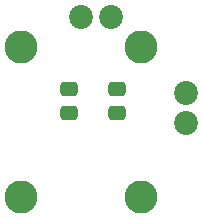
<source format=gbr>
%TF.GenerationSoftware,KiCad,Pcbnew,7.0.9*%
%TF.CreationDate,2024-10-27T03:10:17-07:00*%
%TF.ProjectId,ps4snapbackcaps,70733473-6e61-4706-9261-636b63617073,rev?*%
%TF.SameCoordinates,Original*%
%TF.FileFunction,Soldermask,Top*%
%TF.FilePolarity,Negative*%
%FSLAX46Y46*%
G04 Gerber Fmt 4.6, Leading zero omitted, Abs format (unit mm)*
G04 Created by KiCad (PCBNEW 7.0.9) date 2024-10-27 03:10:17*
%MOMM*%
%LPD*%
G01*
G04 APERTURE LIST*
G04 Aperture macros list*
%AMRoundRect*
0 Rectangle with rounded corners*
0 $1 Rounding radius*
0 $2 $3 $4 $5 $6 $7 $8 $9 X,Y pos of 4 corners*
0 Add a 4 corners polygon primitive as box body*
4,1,4,$2,$3,$4,$5,$6,$7,$8,$9,$2,$3,0*
0 Add four circle primitives for the rounded corners*
1,1,$1+$1,$2,$3*
1,1,$1+$1,$4,$5*
1,1,$1+$1,$6,$7*
1,1,$1+$1,$8,$9*
0 Add four rect primitives between the rounded corners*
20,1,$1+$1,$2,$3,$4,$5,0*
20,1,$1+$1,$4,$5,$6,$7,0*
20,1,$1+$1,$6,$7,$8,$9,0*
20,1,$1+$1,$8,$9,$2,$3,0*%
G04 Aperture macros list end*
%ADD10RoundRect,0.250000X-0.475000X0.337500X-0.475000X-0.337500X0.475000X-0.337500X0.475000X0.337500X0*%
%ADD11RoundRect,0.250000X0.475000X-0.337500X0.475000X0.337500X-0.475000X0.337500X-0.475000X-0.337500X0*%
%ADD12C,2.028000*%
%ADD13C,2.786000*%
G04 APERTURE END LIST*
D10*
%TO.C,C1*%
X83996667Y-71162500D03*
X83996667Y-73237500D03*
%TD*%
D11*
%TO.C,C2*%
X88000000Y-73237500D03*
X88000000Y-71162500D03*
%TD*%
D12*
%TO.C,U1*%
X93895200Y-74015000D03*
X93875200Y-71475000D03*
D13*
X90065200Y-67650000D03*
X79935200Y-67650000D03*
X90080000Y-80350000D03*
X79920000Y-80350000D03*
D12*
X84985200Y-65095000D03*
X87525200Y-65095000D03*
%TD*%
M02*

</source>
